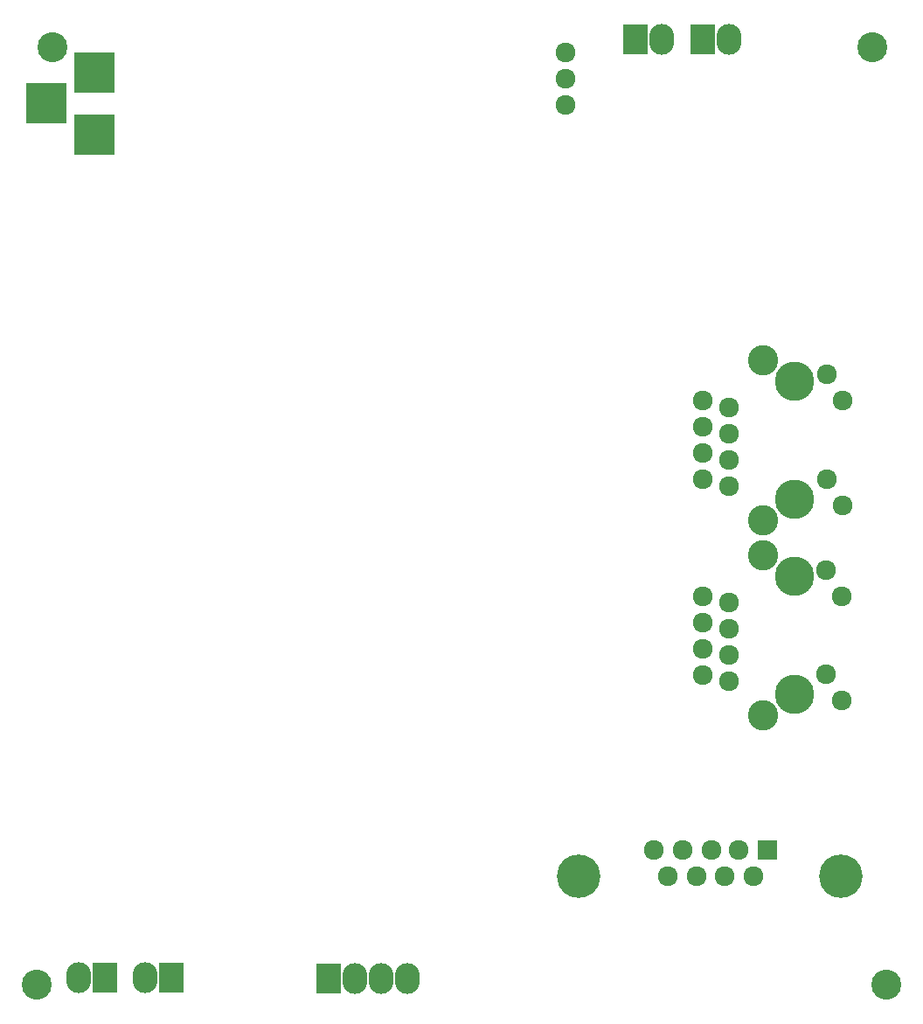
<source format=gbr>
G04 #@! TF.FileFunction,Soldermask,Bot*
%FSLAX46Y46*%
G04 Gerber Fmt 4.6, Leading zero omitted, Abs format (unit mm)*
G04 Created by KiCad (PCBNEW 4.0.2-stable) date 09/06/16 16:45:41*
%MOMM*%
G01*
G04 APERTURE LIST*
%ADD10C,0.100000*%
%ADD11R,3.900120X3.900120*%
%ADD12C,4.210000*%
%ADD13R,1.924000X1.924000*%
%ADD14C,1.924000*%
%ADD15C,3.800000*%
%ADD16C,2.940000*%
%ADD17R,2.400000X3.000000*%
%ADD18O,2.400000X3.000000*%
%ADD19C,2.900000*%
G04 APERTURE END LIST*
D10*
D11*
X109400000Y-63799480D03*
X109400000Y-57800000D03*
X104701000Y-60799740D03*
D12*
X156303000Y-135600000D03*
X181703000Y-135600000D03*
D13*
X174591000Y-133060000D03*
D14*
X171797000Y-133060000D03*
X169130000Y-133060000D03*
X166336000Y-133060000D03*
X163542000Y-133060000D03*
X173194000Y-135600000D03*
X170400000Y-135600000D03*
X167733000Y-135600000D03*
X164939000Y-135600000D03*
D15*
X177182000Y-87650000D03*
X177182000Y-99080000D03*
D14*
X170832000Y-97810000D03*
X168292000Y-97175000D03*
X170832000Y-95270000D03*
X168292000Y-94635000D03*
X170832000Y-92730000D03*
X168292000Y-92095000D03*
X170832000Y-90190000D03*
D16*
X174134000Y-85618000D03*
X174134000Y-101112000D03*
D14*
X180300000Y-97150000D03*
X181820000Y-89580000D03*
X181820000Y-99690000D03*
X180300000Y-87040000D03*
X168292000Y-89555000D03*
D15*
X177140000Y-106570000D03*
X177140000Y-118000000D03*
D14*
X170790000Y-116730000D03*
X168250000Y-116095000D03*
X170790000Y-114190000D03*
X168250000Y-113555000D03*
X170790000Y-111650000D03*
X168250000Y-111015000D03*
X170790000Y-109110000D03*
D16*
X174092000Y-104538000D03*
X174092000Y-120032000D03*
D14*
X180258000Y-116070000D03*
X181778000Y-108500000D03*
X181778000Y-118610000D03*
X180258000Y-105960000D03*
X168250000Y-108475000D03*
D17*
X132060000Y-145500000D03*
D18*
X134600000Y-145500000D03*
X137140000Y-145500000D03*
X139680000Y-145500000D03*
D17*
X161800000Y-54600000D03*
D18*
X164340000Y-54600000D03*
D17*
X168260000Y-54600000D03*
D18*
X170800000Y-54600000D03*
D14*
X155000000Y-58400000D03*
X155000000Y-55860000D03*
X155000000Y-60940000D03*
D17*
X110400000Y-145400000D03*
D18*
X107860000Y-145400000D03*
D17*
X116800000Y-145400000D03*
D18*
X114260000Y-145400000D03*
D19*
X184700000Y-55300000D03*
X105300000Y-55300000D03*
X103800000Y-146100000D03*
X186100000Y-146100000D03*
M02*

</source>
